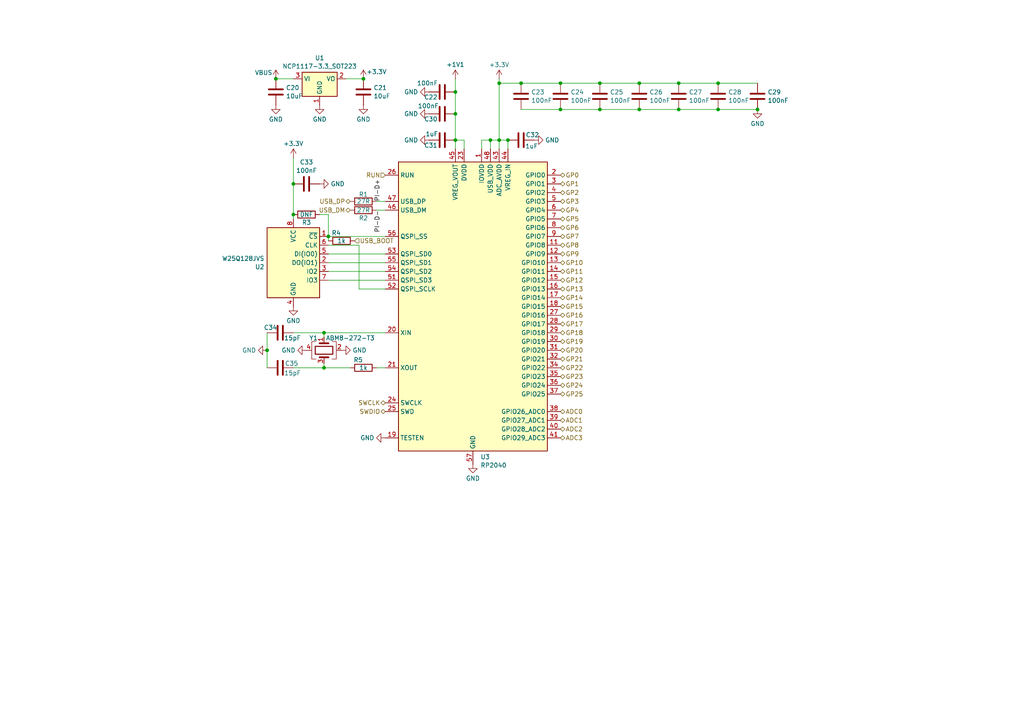
<source format=kicad_sch>
(kicad_sch (version 20231120) (generator "eeschema") (generator_version "8.0")
  (paper "A4")
  (lib_symbols
    (symbol "Device:C" (pin_numbers hide) (pin_names (offset 0.254))
      (property "Reference" "C" (at 0.635 2.54 0))
      (property "Value" "C" (at 0.635 -2.54 0))
      (symbol "C_0_1"
        (polyline (pts (xy -2.032 -0.762) (xy 2.032 -0.762)) (stroke (width 0.508)))
        (polyline (pts (xy -2.032 0.762) (xy 2.032 0.762)) (stroke (width 0.508)))
      )
      (symbol "C_1_1"
        (pin passive line (at 0 3.81 270) (length 2.794) (name "~") (number "1"))
        (pin passive line (at 0 -3.81 90) (length 2.794) (name "~") (number "2"))
      )
    )
    (symbol "Device:Crystal_GND24" (pin_names (offset 1.016) hide)
      (property "Reference" "Y" (at 3.175 5.08 0))
      (property "Value" "Crystal_GND24" (at 3.175 3.175 0))
      (symbol "Crystal_GND24_0_1"
        (rectangle (start -1.143 2.54) (end 1.143 -2.54) (stroke (width 0.3048)))
        (polyline (pts (xy -2.54 0) (xy -2.032 0)))
        (polyline (pts (xy -2.032 -1.27) (xy -2.032 1.27)) (stroke (width 0.508)))
        (polyline (pts (xy 0 -3.81) (xy 0 -3.556)))
        (polyline (pts (xy 0 3.556) (xy 0 3.81)))
        (polyline (pts (xy 2.032 -1.27) (xy 2.032 1.27)) (stroke (width 0.508)))
        (polyline (pts (xy 2.032 0) (xy 2.54 0)))
        (polyline (pts (xy -2.54 -2.286) (xy -2.54 -3.556) (xy 2.54 -3.556) (xy 2.54 -2.286)))
        (polyline (pts (xy -2.54 2.286) (xy -2.54 3.556) (xy 2.54 3.556) (xy 2.54 2.286)))
      )
      (symbol "Crystal_GND24_1_1"
        (pin passive line (at -3.81 0 0) (length 1.27) (name "1") (number "1"))
        (pin passive line (at 0 5.08 270) (length 1.27) (name "2") (number "2"))
        (pin passive line (at 3.81 0 180) (length 1.27) (name "3") (number "3"))
        (pin passive line (at 0 -5.08 90) (length 1.27) (name "4") (number "4"))
      )
    )
    (symbol "Device:R" (pin_numbers hide) (pin_names (offset 0))
      (property "Reference" "R" (at 2.032 0 90))
      (property "Value" "R" (at 0 0 90))
      (symbol "R_0_1"
        (rectangle (start -1.016 -2.54) (end 1.016 2.54) (stroke (width 0.254)))
      )
      (symbol "R_1_1"
        (pin passive line (at 0 3.81 270) (length 1.27) (name "~") (number "1"))
        (pin passive line (at 0 -3.81 90) (length 1.27) (name "~") (number "2"))
      )
    )
    (symbol "MCU_RaspberryPi:RP2040"
      (property "Reference" "U" (at 17.78 45.72 0))
      (property "Value" "RP2040" (at 17.78 43.18 0))
      (symbol "RP2040_0_1"
        (rectangle (start -21.59 41.91) (end 21.59 -41.91) (stroke (width 0.254)) (fill (type background)))
      )
      (symbol "RP2040_1_1"
        (pin power_in line (at 2.54 45.72 270) (length 3.81) (name "IOVDD") (number "1"))
        (pin passive line (at 2.54 45.72 270) (length 3.81) hide (name "IOVDD") (number "10"))
        (pin bidirectional line (at 25.4 17.78 180) (length 3.81) (name "GPIO8") (number "11"))
        (pin bidirectional line (at 25.4 15.24 180) (length 3.81) (name "GPIO9") (number "12"))
        (pin bidirectional line (at 25.4 12.7 180) (length 3.81) (name "GPIO10") (number "13"))
        (pin bidirectional line (at 25.4 10.16 180) (length 3.81) (name "GPIO11") (number "14"))
        (pin bidirectional line (at 25.4 7.62 180) (length 3.81) (name "GPIO12") (number "15"))
        (pin bidirectional line (at 25.4 5.08 180) (length 3.81) (name "GPIO13") (number "16"))
        (pin bidirectional line (at 25.4 2.54 180) (length 3.81) (name "GPIO14") (number "17"))
        (pin bidirectional line (at 25.4 0 180) (length 3.81) (name "GPIO15") (number "18"))
        (pin input line (at -25.4 -38.1 0) (length 3.81) (name "TESTEN") (number "19"))
        (pin bidirectional line (at 25.4 38.1 180) (length 3.81) (name "GPIO0") (number "2"))
        (pin input line (at -25.4 -7.62 0) (length 3.81) (name "XIN") (number "20"))
        (pin passive line (at -25.4 -17.78 0) (length 3.81) (name "XOUT") (number "21"))
        (pin passive line (at 2.54 45.72 270) (length 3.81) hide (name "IOVDD") (number "22"))
        (pin power_in line (at -2.54 45.72 270) (length 3.81) (name "DVDD") (number "23"))
        (pin input line (at -25.4 -27.94 0) (length 3.81) (name "SWCLK") (number "24"))
        (pin bidirectional line (at -25.4 -30.48 0) (length 3.81) (name "SWD") (number "25"))
        (pin input line (at -25.4 38.1 0) (length 3.81) (name "RUN") (number "26"))
        (pin bidirectional line (at 25.4 -2.54 180) (length 3.81) (name "GPIO16") (number "27"))
        (pin bidirectional line (at 25.4 -5.08 180) (length 3.81) (name "GPIO17") (number "28"))
        (pin bidirectional line (at 25.4 -7.62 180) (length 3.81) (name "GPIO18") (number "29"))
        (pin bidirectional line (at 25.4 35.56 180) (length 3.81) (name "GPIO1") (number "3"))
        (pin bidirectional line (at 25.4 -10.16 180) (length 3.81) (name "GPIO19") (number "30"))
        (pin bidirectional line (at 25.4 -12.7 180) (length 3.81) (name "GPIO20") (number "31"))
        (pin bidirectional line (at 25.4 -15.24 180) (length 3.81) (name "GPIO21") (number "32"))
        (pin passive line (at 2.54 45.72 270) (length 3.81) hide (name "IOVDD") (number "33"))
        (pin bidirectional line (at 25.4 -17.78 180) (length 3.81) (name "GPIO22") (number "34"))
        (pin bidirectional line (at 25.4 -20.32 180) (length 3.81) (name "GPIO23") (number "35"))
        (pin bidirectional line (at 25.4 -22.86 180) (length 3.81) (name "GPIO24") (number "36"))
        (pin bidirectional line (at 25.4 -25.4 180) (length 3.81) (name "GPIO25") (number "37"))
        (pin bidirectional line (at 25.4 -30.48 180) (length 3.81) (name "GPIO26_ADC0") (number "38"))
        (pin bidirectional line (at 25.4 -33.02 180) (length 3.81) (name "GPIO27_ADC1") (number "39"))
        (pin bidirectional line (at 25.4 33.02 180) (length 3.81) (name "GPIO2") (number "4"))
        (pin bidirectional line (at 25.4 -35.56 180) (length 3.81) (name "GPIO28_ADC2") (number "40"))
        (pin bidirectional line (at 25.4 -38.1 180) (length 3.81) (name "GPIO29_ADC3") (number "41"))
        (pin passive line (at 2.54 45.72 270) (length 3.81) hide (name "IOVDD") (number "42"))
        (pin power_in line (at 7.62 45.72 270) (length 3.81) (name "ADC_AVDD") (number "43"))
        (pin power_in line (at 10.16 45.72 270) (length 3.81) (name "VREG_IN") (number "44"))
        (pin power_out line (at -5.08 45.72 270) (length 3.81) (name "VREG_VOUT") (number "45"))
        (pin bidirectional line (at -25.4 27.94 0) (length 3.81) (name "USB_DM") (number "46"))
        (pin bidirectional line (at -25.4 30.48 0) (length 3.81) (name "USB_DP") (number "47"))
        (pin power_in line (at 5.08 45.72 270) (length 3.81) (name "USB_VDD") (number "48"))
        (pin passive line (at 2.54 45.72 270) (length 3.81) hide (name "IOVDD") (number "49"))
        (pin bidirectional line (at 25.4 30.48 180) (length 3.81) (name "GPIO3") (number "5"))
        (pin passive line (at -2.54 45.72 270) (length 3.81) hide (name "DVDD") (number "50"))
        (pin bidirectional line (at -25.4 7.62 0) (length 3.81) (name "QSPI_SD3") (number "51"))
        (pin output line (at -25.4 5.08 0) (length 3.81) (name "QSPI_SCLK") (number "52"))
        (pin bidirectional line (at -25.4 15.24 0) (length 3.81) (name "QSPI_SD0") (number "53"))
        (pin bidirectional line (at -25.4 10.16 0) (length 3.81) (name "QSPI_SD2") (number "54"))
        (pin bidirectional line (at -25.4 12.7 0) (length 3.81) (name "QSPI_SD1") (number "55"))
        (pin bidirectional line (at -25.4 20.32 0) (length 3.81) (name "QSPI_SS") (number "56"))
        (pin power_in line (at 0 -45.72 90) (length 3.81) (name "GND") (number "57"))
        (pin bidirectional line (at 25.4 27.94 180) (length 3.81) (name "GPIO4") (number "6"))
        (pin bidirectional line (at 25.4 25.4 180) (length 3.81) (name "GPIO5") (number "7"))
        (pin bidirectional line (at 25.4 22.86 180) (length 3.81) (name "GPIO6") (number "8"))
        (pin bidirectional line (at 25.4 20.32 180) (length 3.81) (name "GPIO7") (number "9"))
      )
    )
    (symbol "Memory_Flash:W25Q128JVS"
      (property "Reference" "U" (at -8.89 8.89 0))
      (property "Value" "W25Q128JVS" (at 7.62 8.89 0))
      (symbol "W25Q128JVS_0_1"
        (rectangle (start -7.62 10.16) (end 7.62 -10.16) (stroke (width 0.254)) (fill (type background)))
      )
      (symbol "W25Q128JVS_1_1"
        (pin input line (at -10.16 7.62 0) (length 2.54) (name "~{CS}") (number "1"))
        (pin bidirectional line (at -10.16 0 0) (length 2.54) (name "DO(IO1)") (number "2"))
        (pin bidirectional line (at -10.16 -2.54 0) (length 2.54) (name "IO2") (number "3"))
        (pin power_in line (at 0 -12.7 90) (length 2.54) (name "GND") (number "4"))
        (pin bidirectional line (at -10.16 2.54 0) (length 2.54) (name "DI(IO0)") (number "5"))
        (pin input line (at -10.16 5.08 0) (length 2.54) (name "CLK") (number "6"))
        (pin bidirectional line (at -10.16 -5.08 0) (length 2.54) (name "IO3") (number "7"))
        (pin power_in line (at 0 12.7 270) (length 2.54) (name "VCC") (number "8"))
      )
    )
    (symbol "Regulator_Linear:NCP1117-3.3_SOT223"
      (property "Reference" "U" (at -3.81 3.175 0))
      (property "Value" "NCP1117-3.3_SOT223" (at 0 3.175 0))
      (symbol "NCP1117-3.3_SOT223_0_1"
        (rectangle (start -5.08 -5.08) (end 5.08 1.905) (stroke (width 0.254)) (fill (type background)))
      )
      (symbol "NCP1117-3.3_SOT223_1_1"
        (pin power_in line (at 0 -7.62 90) (length 2.54) (name "GND") (number "1"))
        (pin power_out line (at 7.62 0 180) (length 2.54) (name "VO") (number "2"))
        (pin power_in line (at -7.62 0 0) (length 2.54) (name "VI") (number "3"))
      )
    )
    (symbol "power:+1V1" (power) (pin_numbers hide) (pin_names (offset 0) hide)
      (property "Value" "+1V1" (at 0 3.556 0))
      (symbol "+1V1_0_1"
        (polyline (pts (xy -0.762 1.27) (xy 0 2.54)))
        (polyline (pts (xy 0 0) (xy 0 2.54)))
        (polyline (pts (xy 0 2.54) (xy 0.762 1.27)))
      )
      (symbol "+1V1_1_1"
        (pin power_in line (at 0 0 90) (length 0) (name "~") (number "1"))
      )
    )
    (symbol "power:+3.3V" (power) (pin_numbers hide) (pin_names (offset 0) hide)
      (property "Value" "+3.3V" (at 0 3.556 0))
      (symbol "+3.3V_0_1"
        (polyline (pts (xy -0.762 1.27) (xy 0 2.54)))
        (polyline (pts (xy 0 0) (xy 0 2.54)))
        (polyline (pts (xy 0 2.54) (xy 0.762 1.27)))
      )
      (symbol "+3.3V_1_1"
        (pin power_in line (at 0 0 90) (length 0) (name "~") (number "1"))
      )
    )
    (symbol "power:GND" (power) (pin_numbers hide) (pin_names (offset 0) hide)
      (property "Value" "GND" (at 0 -3.81 0))
      (symbol "GND_0_1"
        (polyline (pts (xy 0 0) (xy 0 -1.27) (xy 1.27 -1.27) (xy 0 -2.54) (xy -1.27 -1.27) (xy 0 -1.27)))
      )
      (symbol "GND_1_1"
        (pin power_in line (at 0 0 270) (length 0) (name "~") (number "1"))
      )
    )
    (symbol "power:VBUS" (power) (pin_numbers hide) (pin_names (offset 0) hide)
      (property "Value" "VBUS" (at 0 3.556 0))
      (symbol "VBUS_0_1"
        (polyline (pts (xy -0.762 1.27) (xy 0 2.54)))
        (polyline (pts (xy 0 0) (xy 0 2.54)))
        (polyline (pts (xy 0 2.54) (xy 0.762 1.27)))
      )
      (symbol "VBUS_1_1"
        (pin power_in line (at 0 0 90) (length 0) (name "~") (number "1"))
      )
    )
  )
  (junction (at 208.28 24.13))
  (junction (at 142.24 40.64))
  (junction (at 185.42 24.13))
  (junction (at 144.78 40.64))
  (junction (at 93.98 96.52))
  (junction (at 132.08 33.02))
  (junction (at 93.98 106.68))
  (junction (at 196.85 31.75))
  (junction (at 105.41 22.86))
  (junction (at 185.42 31.75))
  (junction (at 85.09 62.23))
  (junction (at 77.47 101.6))
  (junction (at 208.28 31.75))
  (junction (at 144.78 24.13))
  (junction (at 80.01 22.86))
  (junction (at 95.25 68.58))
  (junction (at 219.71 31.75))
  (junction (at 173.99 31.75))
  (junction (at 132.08 26.67))
  (junction (at 147.32 40.64))
  (junction (at 196.85 24.13))
  (junction (at 162.56 24.13))
  (junction (at 151.13 24.13))
  (junction (at 173.99 24.13))
  (junction (at 162.56 31.75))
  (junction (at 85.09 53.34))
  (junction (at 132.08 40.64))
  (wire (pts (xy 132.08 43.18) (xy 132.08 40.64)))
  (wire (pts (xy 144.78 40.64) (xy 142.24 40.64)))
  (wire (pts (xy 95.25 62.23) (xy 95.25 68.58)))
  (wire (pts (xy 111.76 96.52) (xy 93.98 96.52)))
  (wire (pts (xy 142.24 40.64) (xy 142.24 43.18)))
  (wire (pts (xy 139.7 40.64) (xy 139.7 43.18)))
  (wire (pts (xy 144.78 22.86) (xy 144.78 24.13)))
  (wire (pts (xy 85.09 106.68) (xy 93.98 106.68)))
  (wire (pts (xy 85.09 53.34) (xy 85.09 62.23)))
  (wire (pts (xy 104.14 83.82) (xy 111.76 83.82)))
  (wire (pts (xy 85.09 96.52) (xy 93.98 96.52)))
  (wire (pts (xy 144.78 24.13) (xy 144.78 40.64)))
  (wire (pts (xy 93.98 106.68) (xy 93.98 105.41)))
  (wire (pts (xy 132.08 33.02) (xy 132.08 40.64)))
  (wire (pts (xy 77.47 96.52) (xy 77.47 101.6)))
  (wire (pts (xy 95.25 68.58) (xy 111.76 68.58)))
  (wire (pts (xy 109.22 58.42) (xy 111.76 58.42)))
  (wire (pts (xy 144.78 24.13) (xy 151.13 24.13)))
  (wire (pts (xy 132.08 22.86) (xy 132.08 26.67)))
  (wire (pts (xy 208.28 31.75) (xy 219.71 31.75)))
  (wire (pts (xy 95.25 81.28) (xy 111.76 81.28)))
  (wire (pts (xy 147.32 40.64) (xy 144.78 40.64)))
  (wire (pts (xy 109.22 106.68) (xy 111.76 106.68)))
  (wire (pts (xy 132.08 40.64) (xy 134.62 40.64)))
  (wire (pts (xy 93.98 96.52) (xy 93.98 97.79)))
  (wire (pts (xy 185.42 31.75) (xy 196.85 31.75)))
  (wire (pts (xy 134.62 40.64) (xy 134.62 43.18)))
  (wire (pts (xy 95.25 76.2) (xy 111.76 76.2)))
  (wire (pts (xy 101.6 106.68) (xy 93.98 106.68)))
  (wire (pts (xy 80.01 22.86) (xy 85.09 22.86)))
  (wire (pts (xy 92.71 62.23) (xy 95.25 62.23)))
  (wire (pts (xy 77.47 101.6) (xy 77.47 106.68)))
  (wire (pts (xy 162.56 31.75) (xy 173.99 31.75)))
  (wire (pts (xy 208.28 24.13) (xy 219.71 24.13)))
  (wire (pts (xy 162.56 24.13) (xy 173.99 24.13)))
  (wire (pts (xy 85.09 45.72) (xy 85.09 53.34)))
  (wire (pts (xy 196.85 31.75) (xy 208.28 31.75)))
  (wire (pts (xy 173.99 24.13) (xy 185.42 24.13)))
  (wire (pts (xy 132.08 26.67) (xy 132.08 33.02)))
  (wire (pts (xy 109.22 60.96) (xy 111.76 60.96)))
  (wire (pts (xy 151.13 24.13) (xy 162.56 24.13)))
  (wire (pts (xy 85.09 62.23) (xy 85.09 63.5)))
  (wire (pts (xy 144.78 40.64) (xy 144.78 43.18)))
  (wire (pts (xy 142.24 40.64) (xy 139.7 40.64)))
  (wire (pts (xy 151.13 31.75) (xy 162.56 31.75)))
  (wire (pts (xy 95.25 78.74) (xy 111.76 78.74)))
  (wire (pts (xy 95.25 71.12) (xy 104.14 71.12)))
  (wire (pts (xy 95.25 73.66) (xy 111.76 73.66)))
  (wire (pts (xy 104.14 71.12) (xy 104.14 83.82)))
  (wire (pts (xy 185.42 24.13) (xy 196.85 24.13)))
  (wire (pts (xy 196.85 24.13) (xy 208.28 24.13)))
  (wire (pts (xy 173.99 31.75) (xy 185.42 31.75)))
  (wire (pts (xy 100.33 22.86) (xy 105.41 22.86)))
  (wire (pts (xy 147.32 43.18) (xy 147.32 40.64)))
  (wire (pts (xy 95.25 68.58) (xy 95.25 69.85)))
  (label "PI-D-" (at 110.49 60.96 270))
  (label "PI-D+" (at 110.49 58.42 90))
  (hierarchical_label "USB_DP" (shape bidirectional) (at 101.6 58.42 180))
  (hierarchical_label "ADC2" (shape bidirectional) (at 162.56 124.46 0))
  (hierarchical_label "ADC3" (shape bidirectional) (at 162.56 127 0))
  (hierarchical_label "GP24" (shape bidirectional) (at 162.56 111.76 0))
  (hierarchical_label "SWDIO" (shape bidirectional) (at 111.76 119.38 180))
  (hierarchical_label "GP11" (shape bidirectional) (at 162.56 78.74 0))
  (hierarchical_label "GP23" (shape bidirectional) (at 162.56 109.22 0))
  (hierarchical_label "GP1" (shape bidirectional) (at 162.56 53.34 0))
  (hierarchical_label "RUN" (shape input) (at 111.76 50.8 180))
  (hierarchical_label "GP2" (shape bidirectional) (at 162.56 55.88 0))
  (hierarchical_label "GP0" (shape bidirectional) (at 162.56 50.8 0))
  (hierarchical_label "GP9" (shape bidirectional) (at 162.56 73.66 0))
  (hierarchical_label "GP14" (shape bidirectional) (at 162.56 86.36 0))
  (hierarchical_label "GP20" (shape bidirectional) (at 162.56 101.6 0))
  (hierarchical_label "GP19" (shape bidirectional) (at 162.56 99.06 0))
  (hierarchical_label "GP13" (shape bidirectional) (at 162.56 83.82 0))
  (hierarchical_label "GP21" (shape bidirectional) (at 162.56 104.14 0))
  (hierarchical_label "GP3" (shape bidirectional) (at 162.56 58.42 0))
  (hierarchical_label "GP4" (shape bidirectional) (at 162.56 60.96 0))
  (hierarchical_label "GP12" (shape bidirectional) (at 162.56 81.28 0))
  (hierarchical_label "ADC0" (shape bidirectional) (at 162.56 119.38 0))
  (hierarchical_label "GP7" (shape bidirectional) (at 162.56 68.58 0))
  (hierarchical_label "GP22" (shape bidirectional) (at 162.56 106.68 0))
  (hierarchical_label "GP17" (shape bidirectional) (at 162.56 93.98 0))
  (hierarchical_label "USB_DM" (shape bidirectional) (at 101.6 60.96 180))
  (hierarchical_label "GP5" (shape bidirectional) (at 162.56 63.5 0))
  (hierarchical_label "GP10" (shape bidirectional) (at 162.56 76.2 0))
  (hierarchical_label "ADC1" (shape bidirectional) (at 162.56 121.92 0))
  (hierarchical_label "USB_BOOT" (shape input) (at 102.87 69.85 0))
  (hierarchical_label "GP18" (shape bidirectional) (at 162.56 96.52 0))
  (hierarchical_label "GP16" (shape bidirectional) (at 162.56 91.44 0))
  (hierarchical_label "GP8" (shape bidirectional) (at 162.56 71.12 0))
  (hierarchical_label "GP15" (shape bidirectional) (at 162.56 88.9 0))
  (hierarchical_label "GP6" (shape bidirectional) (at 162.56 66.04 0))
  (hierarchical_label "GP25" (shape bidirectional) (at 162.56 114.3 0))
  (hierarchical_label "SWCLK" (shape bidirectional) (at 111.76 116.84 180))
  (symbol (lib_id "power:GND") (at 77.47 101.6 270) (unit 1)
    (property "Reference" "#PWR031" (effects (hide yes)))
    (property "Value" "GND" (at 74.295 101.6 90) (effects (justify right)))
    (property "Description" "Power symbol creates a global label with name \"GND\" , ground" (effects (hide yes)))
  )
  (symbol (lib_id "power:GND") (at 85.09 88.9 0) (unit 1)
    (property "Reference" "#PWR030" (effects (hide yes)))
    (property "Value" "GND" (at 85.09 93.0331 0))
    (property "Description" "Power symbol creates a global label with name \"GND\" , ground" (effects (hide yes)))
  )
  (symbol (lib_id "power:+1V1") (at 132.08 22.86 0) (unit 1)
    (property "Reference" "#PWR018" (effects (hide yes)))
    (property "Value" "+1V1" (at 132.08 18.7269 0))
    (property "Description" "Power symbol creates a global label with name \"+1V1\"" (effects (hide yes)))
  )
  (symbol (lib_id "Device:R") (at 105.41 106.68 90) (unit 1)
    (property "Reference" "R5" (at 103.886 104.394 90))
    (property "Value" "1k" (at 105.41 106.68 90))
    (property "Footprint" "Resistor_SMD:R_0603_1608Metric" (effects (hide yes)))
    (property "Description" "Resistor" (effects (hide yes)))
    (property "JLCPCB Part #" "C5220830" (effects (hide yes)))
  )
  (symbol (lib_id "Device:R") (at 88.9 62.23 90) (unit 1)
    (property "Reference" "R3" (at 88.9 64.516 90))
    (property "Value" "DNF" (at 88.9 62.23 90))
    (property "Footprint" "Resistor_SMD:R_0603_1608Metric" (effects (hide yes)))
    (property "Description" "Resistor" (effects (hide yes)))
  )
  (symbol (lib_id "power:GND") (at 124.46 33.02 270) (unit 1)
    (property "Reference" "#PWR025" (effects (hide yes)))
    (property "Value" "GND" (at 121.285 33.02 90) (effects (justify right)))
    (property "Description" "Power symbol creates a global label with name \"GND\" , ground" (effects (hide yes)))
  )
  (symbol (lib_id "power:GND") (at 124.46 26.67 270) (unit 1)
    (property "Reference" "#PWR020" (effects (hide yes)))
    (property "Value" "GND" (at 121.285 26.67 90) (effects (justify right)))
    (property "Description" "Power symbol creates a global label with name \"GND\" , ground" (effects (hide yes)))
  )
  (symbol (lib_id "power:GND") (at 154.94 40.64 90) (unit 1)
    (property "Reference" "#PWR027" (effects (hide yes)))
    (property "Value" "GND" (at 158.115 40.64 90) (effects (justify right)))
    (property "Description" "Power symbol creates a global label with name \"GND\" , ground" (effects (hide yes)))
  )
  (symbol (lib_id "Device:C") (at 151.13 27.94 0) (unit 1)
    (property "Reference" "C23" (at 154.051 26.7278 0) (effects (justify left)))
    (property "Value" "100nF" (at 154.051 29.1521 0) (effects (justify left)))
    (property "Footprint" "DecenTKL:C_0603_1608Metric" (effects (hide yes)))
    (property "Description" "Unpolarized capacitor" (effects (hide yes)))
    (property "JLCPCB Part #" "C14663" (effects (hide yes)))
  )
  (symbol (lib_id "power:GND") (at 92.71 30.48 0) (unit 1)
    (property "Reference" "#PWR022" (effects (hide yes)))
    (property "Value" "GND" (at 92.71 34.6131 0))
    (property "Description" "Power symbol creates a global label with name \"GND\" , ground" (effects (hide yes)))
  )
  (symbol (lib_id "Device:C") (at 173.99 27.94 0) (unit 1)
    (property "Reference" "C25" (at 176.911 26.7278 0) (effects (justify left)))
    (property "Value" "100nF" (at 176.911 29.1521 0) (effects (justify left)))
    (property "Footprint" "DecenTKL:C_0603_1608Metric" (effects (hide yes)))
    (property "Description" "Unpolarized capacitor" (effects (hide yes)))
    (property "JLCPCB Part #" "C14663" (effects (hide yes)))
  )
  (symbol (lib_id "power:GND") (at 88.9 101.6 270) (unit 1)
    (property "Reference" "#PWR032" (effects (hide yes)))
    (property "Value" "GND" (at 85.725 101.6 90) (effects (justify right)))
    (property "Description" "Power symbol creates a global label with name \"GND\" , ground" (effects (hide yes)))
  )
  (symbol (lib_id "Device:C") (at 196.85 27.94 0) (unit 1)
    (property "Reference" "C27" (at 199.771 26.7278 0) (effects (justify left)))
    (property "Value" "100nF" (at 199.771 29.1521 0) (effects (justify left)))
    (property "Footprint" "DecenTKL:C_0603_1608Metric" (effects (hide yes)))
    (property "Description" "Unpolarized capacitor" (effects (hide yes)))
    (property "JLCPCB Part #" "C14663" (effects (hide yes)))
  )
  (symbol (lib_id "Memory_Flash:W25Q128JVS") (at 85.09 76.2 0) (mirror y) (unit 1)
    (property "Reference" "U2" (at 76.7081 77.4122 0) (effects (justify left)))
    (property "Value" "W25Q128JVS" (at 76.7081 74.9879 0) (effects (justify left)))
    (property "Footprint" "Package_SO:SOIC-8_5.23x5.23mm_P1.27mm" (effects (hide yes)))
    (property "Datasheet" "http://www.winbond.com/resource-files/w25q128jv_dtr%20revc%2003272018%20plus.pdf" (effects (hide yes)))
    (property "Description" "128Mb Serial Flash Memory, Standard/Dual/Quad SPI, SOIC-8" (effects (hide yes)))
    (property "JLCPCB Part #" "C97521" (effects (hide yes)))
  )
  (symbol (lib_id "Device:C") (at 162.56 27.94 0) (unit 1)
    (property "Reference" "C24" (at 165.481 26.7278 0) (effects (justify left)))
    (property "Value" "100nF" (at 165.481 29.1521 0) (effects (justify left)))
    (property "Footprint" "DecenTKL:C_0603_1608Metric" (effects (hide yes)))
    (property "Description" "Unpolarized capacitor" (effects (hide yes)))
    (property "JLCPCB Part #" "C14663" (effects (hide yes)))
  )
  (symbol (lib_id "Device:C") (at 80.01 26.67 0) (unit 1)
    (property "Reference" "C20" (at 82.931 25.4578 0) (effects (justify left)))
    (property "Value" "10uF" (at 82.931 27.8821 0) (effects (justify left)))
    (property "Footprint" "DecenTKL:C_0603_1608Metric" (effects (hide yes)))
    (property "Description" "Unpolarized capacitor" (effects (hide yes)))
    (property "JLCPCB Part #" "C19702" (effects (hide yes)))
  )
  (symbol (lib_id "Device:C") (at 128.27 26.67 270) (unit 1)
    (property "Reference" "C22" (at 124.968 28.194 90))
    (property "Value" "100nF" (at 123.952 24.13 90))
    (property "Footprint" "DecenTKL:C_0603_1608Metric" (effects (hide yes)))
    (property "Description" "Unpolarized capacitor" (effects (hide yes)))
    (property "JLCPCB Part #" "C14663" (effects (hide yes)))
  )
  (symbol (lib_id "Device:R") (at 105.41 58.42 90) (unit 1)
    (property "Reference" "R1" (at 105.41 56.388 90))
    (property "Value" "27R" (at 105.41 58.42 90))
    (property "Footprint" "Resistor_SMD:R_0603_1608Metric" (effects (hide yes)))
    (property "Description" "Resistor" (effects (hide yes)))
    (property "JLCPCB Part #" "C874875" (effects (hide yes)))
  )
  (symbol (lib_id "Device:C") (at 88.9 53.34 270) (unit 1)
    (property "Reference" "C33" (at 88.9 47.0365 90))
    (property "Value" "100nF" (at 88.9 49.4608 90))
    (property "Footprint" "DecenTKL:C_0603_1608Metric" (effects (hide yes)))
    (property "Description" "Unpolarized capacitor" (effects (hide yes)))
    (property "JLCPCB Part #" "C14663" (effects (hide yes)))
  )
  (symbol (lib_id "Device:C") (at 81.28 96.52 90) (unit 1)
    (property "Reference" "C34" (at 78.486 94.996 90))
    (property "Value" "15pF" (at 84.836 98.044 90))
    (property "Footprint" "DecenTKL:C_0603_1608Metric" (effects (hide yes)))
    (property "Description" "Unpolarized capacitor" (effects (hide yes)))
    (property "JLCPCB Part #" "C1644" (effects (hide yes)))
  )
  (symbol (lib_id "power:GND") (at 99.06 101.6 90) (unit 1)
    (property "Reference" "#PWR033" (effects (hide yes)))
    (property "Value" "GND" (at 102.235 101.6 90) (effects (justify right)))
    (property "Description" "Power symbol creates a global label with name \"GND\" , ground" (effects (hide yes)))
  )
  (symbol (lib_id "Device:C") (at 105.41 26.67 0) (unit 1)
    (property "Reference" "C21" (at 108.331 25.4578 0) (effects (justify left)))
    (property "Value" "10uF" (at 108.331 27.8821 0) (effects (justify left)))
    (property "Footprint" "DecenTKL:C_0603_1608Metric" (effects (hide yes)))
    (property "Description" "Unpolarized capacitor" (effects (hide yes)))
    (property "JLCPCB Part #" "C19702" (effects (hide yes)))
  )
  (symbol (lib_id "power:GND") (at 111.76 127 270) (unit 1)
    (property "Reference" "#PWR034" (effects (hide yes)))
    (property "Value" "GND" (at 108.5851 127 90) (effects (justify right)))
    (property "Description" "Power symbol creates a global label with name \"GND\" , ground" (effects (hide yes)))
  )
  (symbol (lib_id "Device:C") (at 128.27 40.64 270) (unit 1)
    (property "Reference" "C31" (at 124.968 42.164 90))
    (property "Value" "1uF" (at 125.222 38.862 90))
    (property "Footprint" "DecenTKL:C_0603_1608Metric" (effects (hide yes)))
    (property "Description" "Unpolarized capacitor" (effects (hide yes)))
    (property "JLCPCB Part #" "C15849" (effects (hide yes)))
  )
  (symbol (lib_id "power:+3.3V") (at 105.41 22.86 0) (unit 1)
    (property "Reference" "#PWR017" (effects (hide yes)))
    (property "Value" "+3.3V" (at 109.22 20.828 0))
    (property "Description" "Power symbol creates a global label with name \"+3.3V\"" (effects (hide yes)))
  )
  (symbol (lib_id "Device:C") (at 219.71 27.94 0) (unit 1)
    (property "Reference" "C29" (at 222.631 26.7278 0) (effects (justify left)))
    (property "Value" "100nF" (at 222.631 29.1521 0) (effects (justify left)))
    (property "Footprint" "DecenTKL:C_0603_1608Metric" (effects (hide yes)))
    (property "Description" "Unpolarized capacitor" (effects (hide yes)))
    (property "JLCPCB Part #" "C14663" (effects (hide yes)))
  )
  (symbol (lib_id "Device:C") (at 81.28 106.68 90) (unit 1)
    (property "Reference" "C35" (at 84.582 105.41 90))
    (property "Value" "15pF" (at 84.836 108.204 90))
    (property "Footprint" "DecenTKL:C_0603_1608Metric" (effects (hide yes)))
    (property "Description" "Unpolarized capacitor" (effects (hide yes)))
    (property "JLCPCB Part #" "C1644" (effects (hide yes)))
  )
  (symbol (lib_id "power:+3.3V") (at 85.09 45.72 0) (unit 1)
    (property "Reference" "#PWR028" (effects (hide yes)))
    (property "Value" "+3.3V" (at 85.09 41.656 0))
    (property "Description" "Power symbol creates a global label with name \"+3.3V\"" (effects (hide yes)))
  )
  (symbol (lib_id "Device:C") (at 151.13 40.64 90) (unit 1)
    (property "Reference" "C32" (at 154.432 39.116 90))
    (property "Value" "1uF" (at 154.178 42.418 90))
    (property "Footprint" "DecenTKL:C_0603_1608Metric" (effects (hide yes)))
    (property "Description" "Unpolarized capacitor" (effects (hide yes)))
    (property "JLCPCB Part #" "C15849" (effects (hide yes)))
  )
  (symbol (lib_id "Device:R") (at 99.06 69.85 90) (unit 1)
    (property "Reference" "R4" (at 97.536 67.564 90))
    (property "Value" "1k" (at 99.06 69.85 90))
    (property "Footprint" "Resistor_SMD:R_0603_1608Metric" (effects (hide yes)))
    (property "Description" "Resistor" (effects (hide yes)))
    (property "JLCPCB Part #" "C5220830" (effects (hide yes)))
  )
  (symbol (lib_id "Device:C") (at 208.28 27.94 0) (unit 1)
    (property "Reference" "C28" (at 211.201 26.7278 0) (effects (justify left)))
    (property "Value" "100nF" (at 211.201 29.1521 0) (effects (justify left)))
    (property "Footprint" "DecenTKL:C_0603_1608Metric" (effects (hide yes)))
    (property "Description" "Unpolarized capacitor" (effects (hide yes)))
    (property "JLCPCB Part #" "C14663" (effects (hide yes)))
  )
  (symbol (lib_id "power:VBUS") (at 80.01 22.86 0) (unit 1)
    (property "Reference" "#PWR016" (effects (hide yes)))
    (property "Value" "VBUS" (at 76.454 21.082 0))
    (property "Description" "Power symbol creates a global label with name \"VBUS\"" (effects (hide yes)))
  )
  (symbol (lib_id "Device:R") (at 105.41 60.96 90) (unit 1)
    (property "Reference" "R2" (at 105.41 63.246 90))
    (property "Value" "27R" (at 105.41 60.96 90))
    (property "Footprint" "Resistor_SMD:R_0603_1608Metric" (effects (hide yes)))
    (property "Description" "Resistor" (effects (hide yes)))
    (property "JLCPCB Part #" "C874875" (effects (hide yes)))
  )
  (symbol (lib_id "power:GND") (at 105.41 30.48 0) (unit 1)
    (property "Reference" "#PWR023" (effects (hide yes)))
    (property "Value" "GND" (at 105.41 34.6131 0))
    (property "Description" "Power symbol creates a global label with name \"GND\" , ground" (effects (hide yes)))
  )
  (symbol (lib_id "Device:C") (at 185.42 27.94 0) (unit 1)
    (property "Reference" "C26" (at 188.341 26.7278 0) (effects (justify left)))
    (property "Value" "100nF" (at 188.341 29.1521 0) (effects (justify left)))
    (property "Footprint" "DecenTKL:C_0603_1608Metric" (effects (hide yes)))
    (property "Description" "Unpolarized capacitor" (effects (hide yes)))
    (property "JLCPCB Part #" "C14663" (effects (hide yes)))
  )
  (symbol (lib_id "power:GND") (at 92.71 53.34 90) (unit 1)
    (property "Reference" "#PWR029" (effects (hide yes)))
    (property "Value" "GND" (at 95.885 53.34 90) (effects (justify right)))
    (property "Description" "Power symbol creates a global label with name \"GND\" , ground" (effects (hide yes)))
  )
  (symbol (lib_id "MCU_RaspberryPi:RP2040") (at 137.16 88.9 0) (unit 1)
    (property "Reference" "U3" (at 139.3541 132.5301 0) (effects (justify left)))
    (property "Value" "RP2040" (at 139.3541 134.9544 0) (effects (justify left)))
    (property "Footprint" "Package_DFN_QFN:QFN-56-1EP_7x7mm_P0.4mm_EP3.2x3.2mm" (effects (hide yes)))
    (property "Datasheet" "https://datasheets.raspberrypi.com/rp2040/rp2040-datasheet.pdf" (effects (hide yes)))
    (property "Description" "A microcontroller by Raspberry Pi" (effects (hide yes)))
    (property "JLCPCB Part #" "C2040" (effects (hide yes)))
  )
  (symbol (lib_id "power:GND") (at 219.71 31.75 0) (unit 1)
    (property "Reference" "#PWR024" (effects (hide yes)))
    (property "Value" "GND" (at 219.71 35.8831 0))
    (property "Description" "Power symbol creates a global label with name \"GND\" , ground" (effects (hide yes)))
  )
  (symbol (lib_id "power:GND") (at 137.16 134.62 0) (unit 1)
    (property "Reference" "#PWR035" (effects (hide yes)))
    (property "Value" "GND" (at 137.16 138.7531 0))
    (property "Description" "Power symbol creates a global label with name \"GND\" , ground" (effects (hide yes)))
  )
  (symbol (lib_id "Device:C") (at 128.27 33.02 270) (unit 1)
    (property "Reference" "C30" (at 124.968 34.544 90))
    (property "Value" "100nF" (at 124.206 30.734 90))
    (property "Footprint" "DecenTKL:C_0603_1608Metric" (effects (hide yes)))
    (property "Description" "Unpolarized capacitor" (effects (hide yes)))
    (property "JLCPCB Part #" "C14663" (effects (hide yes)))
  )
  (symbol (lib_id "power:GND") (at 80.01 30.48 0) (unit 1)
    (property "Reference" "#PWR021" (effects (hide yes)))
    (property "Value" "GND" (at 80.01 34.6131 0))
    (property "Description" "Power symbol creates a global label with name \"GND\" , ground" (effects (hide yes)))
  )
  (symbol (lib_id "Device:Crystal_GND24") (at 93.98 101.6 270) (unit 1)
    (property "Reference" "Y1" (at 90.932 98.044 90))
    (property "Value" "ABM8-272-T3" (at 101.6 98.044 90))
    (property "Footprint" "Oscillator:Oscillator_SMD_Abracon_ASE-4Pin_3.2x2.5mm" (effects (hide yes)))
    (property "Description" "Four pin crystal, GND on pins 2 and 4" (effects (hide yes)))
    (property "JLCPCB Part #" "C20625731" (effects (hide yes)))
  )
  (symbol (lib_id "Regulator_Linear:NCP1117-3.3_SOT223") (at 92.71 22.86 0) (unit 1)
    (property "Reference" "U1" (at 92.71 16.8105 0))
    (property "Value" "NCP1117-3.3_SOT223" (at 92.71 19.2348 0))
    (property "Footprint" "Package_TO_SOT_SMD:SOT-223-3_TabPin2" (effects (hide yes)))
    (property "Datasheet" "http://www.onsemi.com/pub_link/Collateral/NCP1117-D.PDF" (effects (hide yes)))
    (property "Description" "1A Low drop-out regulator, Fixed Output 3.3V, SOT-223" (effects (hide yes)))
    (property "JLCPCB Part #" "C146799" (effects (hide yes)))
  )
  (symbol (lib_id "power:+3.3V") (at 144.78 22.86 0) (unit 1)
    (property "Reference" "#PWR019" (effects (hide yes)))
    (property "Value" "+3.3V" (at 144.78 18.796 0))
    (property "Description" "Power symbol creates a global label with name \"+3.3V\"" (effects (hide yes)))
  )
  (symbol (lib_id "power:GND") (at 124.46 40.64 270) (unit 1)
    (property "Reference" "#PWR026" (effects (hide yes)))
    (property "Value" "GND" (at 121.285 40.64 90) (effects (justify right)))
    (property "Description" "Power symbol creates a global label with name \"GND\" , ground" (effects (hide yes)))
  )
)
</source>
